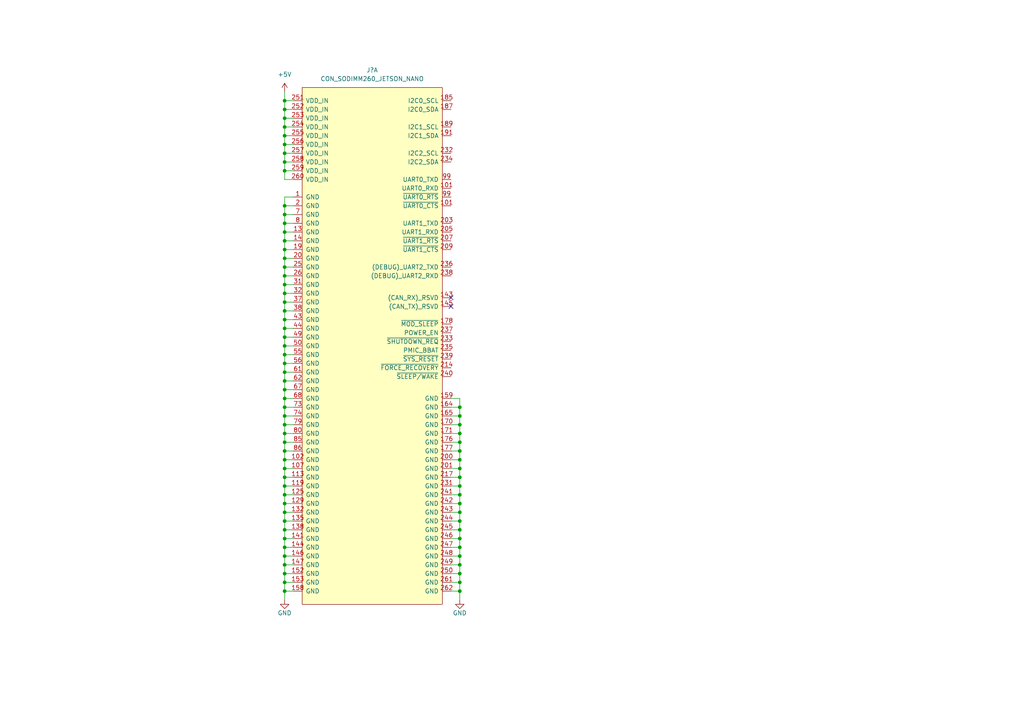
<source format=kicad_sch>
(kicad_sch (version 20211123) (generator eeschema)
  (paper "A4")
  (lib_symbols
    (symbol "SODIMM_Connector:CON_SODIMM260_JETSON_NANO" (pin_names (offset 1.016))
      (property "Reference" "J" (at 0 59.69 0))
      (property "Value" "CON_SODIMM260_JETSON_NANO" (at 0 55.88 0))
      (symbol "CON_SODIMM260_JETSON_NANO_1_1"
        (rectangle (start -20.32 73.66) (end 20.32 -76.2) (fill (type background)))
        (pin power_in line (at -22.86 41.91 0) (length 2.54) (name "GND") (number "1"))
        (pin input line (at 22.86 44.45 180) (length 2.54) (name "UART0_RXD") (number "101"))
        (pin input line (at 22.86 39.37 180) (length 2.54) (name "~{UART0_CTS}") (number "101"))
        (pin power_in line (at -22.86 -34.29 0) (length 2.54) (name "GND") (number "102"))
        (pin power_in line (at -22.86 -36.83 0) (length 2.54) (name "GND") (number "107"))
        (pin power_in line (at -22.86 -39.37 0) (length 2.54) (name "GND") (number "113"))
        (pin power_in line (at -22.86 -41.91 0) (length 2.54) (name "GND") (number "119"))
        (pin power_in line (at -22.86 -44.45 0) (length 2.54) (name "GND") (number "125"))
        (pin power_in line (at -22.86 -46.99 0) (length 2.54) (name "GND") (number "129"))
        (pin power_in line (at -22.86 31.75 0) (length 2.54) (name "GND") (number "13"))
        (pin power_in line (at -22.86 -49.53 0) (length 2.54) (name "GND") (number "132"))
        (pin power_in line (at -22.86 -52.07 0) (length 2.54) (name "GND") (number "135"))
        (pin power_in line (at -22.86 -54.61 0) (length 2.54) (name "GND") (number "138"))
        (pin power_in line (at -22.86 29.21 0) (length 2.54) (name "GND") (number "14"))
        (pin power_in line (at -22.86 -57.15 0) (length 2.54) (name "GND") (number "141"))
        (pin input line (at 22.86 12.7 180) (length 2.54) (name "(CAN_RX)_RSVD") (number "143"))
        (pin power_in line (at -22.86 -59.69 0) (length 2.54) (name "GND") (number "144"))
        (pin output line (at 22.86 10.16 180) (length 2.54) (name "(CAN_TX)_RSVD") (number "145"))
        (pin power_in line (at -22.86 -62.23 0) (length 2.54) (name "GND") (number "146"))
        (pin power_in line (at -22.86 -64.77 0) (length 2.54) (name "GND") (number "147"))
        (pin power_in line (at -22.86 -67.31 0) (length 2.54) (name "GND") (number "152"))
        (pin power_in line (at -22.86 -69.85 0) (length 2.54) (name "GND") (number "153"))
        (pin power_in line (at -22.86 -72.39 0) (length 2.54) (name "GND") (number "158"))
        (pin power_in line (at 22.86 -16.51 180) (length 2.54) (name "GND") (number "159"))
        (pin power_in line (at 22.86 -19.05 180) (length 2.54) (name "GND") (number "164"))
        (pin power_in line (at 22.86 -21.59 180) (length 2.54) (name "GND") (number "165"))
        (pin power_in line (at 22.86 -24.13 180) (length 2.54) (name "GND") (number "170"))
        (pin power_in line (at 22.86 -26.67 180) (length 2.54) (name "GND") (number "171"))
        (pin power_in line (at 22.86 -29.21 180) (length 2.54) (name "GND") (number "176"))
        (pin power_in line (at 22.86 -31.75 180) (length 2.54) (name "GND") (number "177"))
        (pin output line (at 22.86 5.08 180) (length 2.54) (name "~{MOD_SLEEP}") (number "178"))
        (pin bidirectional line (at 22.86 69.85 180) (length 2.54) (name "I2C0_SCL") (number "185"))
        (pin bidirectional line (at 22.86 67.31 180) (length 2.54) (name "I2C0_SDA") (number "187"))
        (pin bidirectional line (at 22.86 62.23 180) (length 2.54) (name "I2C1_SCL") (number "189"))
        (pin power_in line (at -22.86 26.67 0) (length 2.54) (name "GND") (number "19"))
        (pin bidirectional line (at 22.86 59.69 180) (length 2.54) (name "I2C1_SDA") (number "191"))
        (pin power_in line (at -22.86 39.37 0) (length 2.54) (name "GND") (number "2"))
        (pin power_in line (at -22.86 24.13 0) (length 2.54) (name "GND") (number "20"))
        (pin power_in line (at 22.86 -34.29 180) (length 2.54) (name "GND") (number "200"))
        (pin power_in line (at 22.86 -36.83 180) (length 2.54) (name "GND") (number "201"))
        (pin output line (at 22.86 34.29 180) (length 2.54) (name "UART1_TXD") (number "203"))
        (pin input line (at 22.86 31.75 180) (length 2.54) (name "UART1_RXD") (number "205"))
        (pin output line (at 22.86 29.21 180) (length 2.54) (name "~{UART1_RTS}") (number "207"))
        (pin input line (at 22.86 26.67 180) (length 2.54) (name "~{UART1_CTS}") (number "209"))
        (pin input line (at 22.86 -7.62 180) (length 2.54) (name "~{FORCE_RECOVERY}") (number "214"))
        (pin power_in line (at 22.86 -39.37 180) (length 2.54) (name "GND") (number "217"))
        (pin power_in line (at 22.86 -41.91 180) (length 2.54) (name "GND") (number "231"))
        (pin bidirectional line (at 22.86 54.61 180) (length 2.54) (name "I2C2_SCL") (number "232"))
        (pin output line (at 22.86 0 180) (length 2.54) (name "~{SHUTDOWN_REQ}") (number "233"))
        (pin bidirectional line (at 22.86 52.07 180) (length 2.54) (name "I2C2_SDA") (number "234"))
        (pin input line (at 22.86 -2.54 180) (length 2.54) (name "PMIC_BBAT") (number "235"))
        (pin output line (at 22.86 21.59 180) (length 2.54) (name "(DEBUG)_UART2_TXD") (number "236"))
        (pin input line (at 22.86 2.54 180) (length 2.54) (name "POWER_EN") (number "237"))
        (pin input line (at 22.86 19.05 180) (length 2.54) (name "(DEBUG)_UART2_RXD") (number "238"))
        (pin bidirectional line (at 22.86 -5.08 180) (length 2.54) (name "~{SYS_RESET}") (number "239"))
        (pin input line (at 22.86 -10.16 180) (length 2.54) (name "~{SLEEP/WAKE}") (number "240"))
        (pin power_in line (at 22.86 -44.45 180) (length 2.54) (name "GND") (number "241"))
        (pin power_in line (at 22.86 -46.99 180) (length 2.54) (name "GND") (number "242"))
        (pin power_in line (at 22.86 -49.53 180) (length 2.54) (name "GND") (number "243"))
        (pin power_in line (at 22.86 -52.07 180) (length 2.54) (name "GND") (number "244"))
        (pin power_in line (at 22.86 -54.61 180) (length 2.54) (name "GND") (number "245"))
        (pin power_in line (at 22.86 -57.15 180) (length 2.54) (name "GND") (number "246"))
        (pin power_in line (at 22.86 -59.69 180) (length 2.54) (name "GND") (number "247"))
        (pin power_in line (at 22.86 -62.23 180) (length 2.54) (name "GND") (number "248"))
        (pin power_in line (at 22.86 -64.77 180) (length 2.54) (name "GND") (number "249"))
        (pin power_in line (at -22.86 21.59 0) (length 2.54) (name "GND") (number "25"))
        (pin power_in line (at 22.86 -67.31 180) (length 2.54) (name "GND") (number "250"))
        (pin power_in line (at -22.86 69.85 0) (length 2.54) (name "VDD_IN") (number "251"))
        (pin power_in line (at -22.86 67.31 0) (length 2.54) (name "VDD_IN") (number "252"))
        (pin power_in line (at -22.86 64.77 0) (length 2.54) (name "VDD_IN") (number "253"))
        (pin power_in line (at -22.86 62.23 0) (length 2.54) (name "VDD_IN") (number "254"))
        (pin power_in line (at -22.86 59.69 0) (length 2.54) (name "VDD_IN") (number "255"))
        (pin power_in line (at -22.86 57.15 0) (length 2.54) (name "VDD_IN") (number "256"))
        (pin power_in line (at -22.86 54.61 0) (length 2.54) (name "VDD_IN") (number "257"))
        (pin power_in line (at -22.86 52.07 0) (length 2.54) (name "VDD_IN") (number "258"))
        (pin power_in line (at -22.86 49.53 0) (length 2.54) (name "VDD_IN") (number "259"))
        (pin power_in line (at -22.86 19.05 0) (length 2.54) (name "GND") (number "26"))
        (pin power_in line (at -22.86 46.99 0) (length 2.54) (name "VDD_IN") (number "260"))
        (pin power_in line (at 22.86 -69.85 180) (length 2.54) (name "GND") (number "261"))
        (pin power_in line (at 22.86 -72.39 180) (length 2.54) (name "GND") (number "262"))
        (pin power_in line (at -22.86 16.51 0) (length 2.54) (name "GND") (number "31"))
        (pin power_in line (at -22.86 13.97 0) (length 2.54) (name "GND") (number "32"))
        (pin power_in line (at -22.86 11.43 0) (length 2.54) (name "GND") (number "37"))
        (pin power_in line (at -22.86 8.89 0) (length 2.54) (name "GND") (number "38"))
        (pin power_in line (at -22.86 6.35 0) (length 2.54) (name "GND") (number "43"))
        (pin power_in line (at -22.86 3.81 0) (length 2.54) (name "GND") (number "44"))
        (pin power_in line (at -22.86 1.27 0) (length 2.54) (name "GND") (number "49"))
        (pin power_in line (at -22.86 -1.27 0) (length 2.54) (name "GND") (number "50"))
        (pin power_in line (at -22.86 -3.81 0) (length 2.54) (name "GND") (number "55"))
        (pin power_in line (at -22.86 -6.35 0) (length 2.54) (name "GND") (number "56"))
        (pin power_in line (at -22.86 -8.89 0) (length 2.54) (name "GND") (number "61"))
        (pin power_in line (at -22.86 -11.43 0) (length 2.54) (name "GND") (number "62"))
        (pin power_in line (at -22.86 -13.97 0) (length 2.54) (name "GND") (number "67"))
        (pin power_in line (at -22.86 -16.51 0) (length 2.54) (name "GND") (number "68"))
        (pin power_in line (at -22.86 36.83 0) (length 2.54) (name "GND") (number "7"))
        (pin power_in line (at -22.86 -19.05 0) (length 2.54) (name "GND") (number "73"))
        (pin power_in line (at -22.86 -21.59 0) (length 2.54) (name "GND") (number "74"))
        (pin power_in line (at -22.86 -24.13 0) (length 2.54) (name "GND") (number "79"))
        (pin power_in line (at -22.86 34.29 0) (length 2.54) (name "GND") (number "8"))
        (pin power_in line (at -22.86 -26.67 0) (length 2.54) (name "GND") (number "80"))
        (pin power_in line (at -22.86 -29.21 0) (length 2.54) (name "GND") (number "85"))
        (pin power_in line (at -22.86 -31.75 0) (length 2.54) (name "GND") (number "86"))
        (pin output line (at 22.86 46.99 180) (length 2.54) (name "UART0_TXD") (number "99"))
        (pin output line (at 22.86 41.91 180) (length 2.54) (name "~{UART0_RTS}") (number "99"))
      )
      (symbol "CON_SODIMM260_JETSON_NANO_2_1"
        (rectangle (start -24.13 71.12) (end 24.13 -71.12))
        (pin bidirectional line (at 26.67 54.61 180) (length 2.54) (name "~{CSI0_CLK}") (number "10"))
        (pin bidirectional line (at 26.67 -62.23 180) (length 2.54) (name "SPI1_MOSI") (number "104"))
        (pin bidirectional line (at 26.67 -57.15 180) (length 2.54) (name "SPI1_SCK") (number "106"))
        (pin bidirectional line (at 26.67 -59.69 180) (length 2.54) (name "SPI1_MISO") (number "108"))
        (pin bidirectional line (at -26.67 64.77 0) (length 2.54) (name "~{USB0_D}") (number "109"))
        (pin bidirectional line (at 26.67 40.64 180) (length 2.54) (name "CSI1_CLK(RSVD)") (number "11"))
        (pin bidirectional line (at 26.67 -64.77 180) (length 2.54) (name "~{SPI1_CS0}") (number "110"))
        (pin bidirectional line (at -26.67 67.31 0) (length 2.54) (name "USB0_D") (number "111"))
        (pin bidirectional line (at 26.67 -67.31 180) (length 2.54) (name "~{SPI1_CS1}") (number "112"))
        (pin bidirectional line (at 26.67 -27.94 180) (length 2.54) (name "CAM0_PWDN") (number "114"))
        (pin bidirectional line (at -26.67 58.42 0) (length 2.54) (name "~{USB1_D}") (number "115"))
        (pin bidirectional line (at 26.67 -25.4 180) (length 2.54) (name "CAM0_MCLK") (number "116"))
        (pin bidirectional line (at -26.67 60.96 0) (length 2.54) (name "USB1_D") (number "117"))
        (pin output line (at -26.67 -34.29 0) (length 2.54) (name "GPIO01(CLK)") (number "118"))
        (pin bidirectional line (at 26.67 57.15 180) (length 2.54) (name "CSI0_CLK") (number "12"))
        (pin bidirectional line (at 26.67 -33.02 180) (length 2.54) (name "CAM1_PWDN") (number "120"))
        (pin bidirectional line (at -26.67 52.07 0) (length 2.54) (name "~{USB2_D}") (number "121"))
        (pin bidirectional line (at 26.67 -30.48 180) (length 2.54) (name "CAM1_MCLK") (number "122"))
        (pin bidirectional line (at -26.67 54.61 0) (length 2.54) (name "USB2_D") (number "123"))
        (pin bidirectional line (at -26.67 -36.83 0) (length 2.54) (name "GPIO02") (number "124"))
        (pin bidirectional line (at -26.67 -39.37 0) (length 2.54) (name "GPIO03") (number "126"))
        (pin bidirectional line (at -26.67 -41.91 0) (length 2.54) (name "GPIO04") (number "127"))
        (pin bidirectional line (at -26.67 -44.45 0) (length 2.54) (name "GPIO05") (number "128"))
        (pin bidirectional line (at -26.67 -46.99 0) (length 2.54) (name "GPIO06") (number "130"))
        (pin bidirectional line (at 26.67 43.18 180) (length 2.54) (name "~{CSI1_D1}") (number "15"))
        (pin bidirectional line (at 26.67 59.69 180) (length 2.54) (name "~{CSI0_D1}") (number "16"))
        (pin bidirectional line (at 26.67 45.72 180) (length 2.54) (name "CSI1_D1") (number "17"))
        (pin bidirectional line (at 26.67 62.23 180) (length 2.54) (name "CSI0_D1") (number "18"))
        (pin bidirectional line (at -26.67 16.51 0) (length 2.54) (name "~{GBE_MDI0}") (number "184"))
        (pin bidirectional line (at -26.67 19.05 0) (length 2.54) (name "GBE_MDI0") (number "186"))
        (pin output line (at -26.67 24.13 0) (length 2.54) (name "GBE_LED_LINK") (number "188"))
        (pin bidirectional line (at -26.67 11.43 0) (length 2.54) (name "~{GBE_MDI1}") (number "190"))
        (pin bidirectional line (at -26.67 13.97 0) (length 2.54) (name "GBE_MDI1") (number "192"))
        (pin output line (at -26.67 48.26 0) (length 2.54) (name "I2S0_DOUT") (number "193"))
        (pin output line (at -26.67 21.59 0) (length 2.54) (name "GBE_LED_ACT") (number "194"))
        (pin input line (at -26.67 45.72 0) (length 2.54) (name "I2S0_DIN") (number "195"))
        (pin bidirectional line (at -26.67 6.35 0) (length 2.54) (name "~{GBE_MDI2}") (number "196"))
        (pin bidirectional line (at -26.67 43.18 0) (length 2.54) (name "I2S0_FS") (number "197"))
        (pin bidirectional line (at -26.67 8.89 0) (length 2.54) (name "GBE_MDI2") (number "198"))
        (pin bidirectional line (at -26.67 40.64 0) (length 2.54) (name "I2S0_SCLK") (number "199"))
        (pin bidirectional line (at -26.67 1.27 0) (length 2.54) (name "~{GBE_MDI3}") (number "202"))
        (pin bidirectional line (at -26.67 3.81 0) (length 2.54) (name "GBE_MDI3") (number "204"))
        (pin bidirectional line (at -26.67 -49.53 0) (length 2.54) (name "GPIO07(PWM)") (number "206"))
        (pin bidirectional line (at -26.67 -52.07 0) (length 2.54) (name "GPIO08(SDMMC_CD)") (number "208"))
        (pin bidirectional line (at 26.67 15.24 180) (length 2.54) (name "~{CSI3_D0}") (number "21"))
        (pin bidirectional line (at -26.67 -54.61 0) (length 2.54) (name "GPIO09(AUD_MCLK)") (number "211"))
        (pin bidirectional line (at -26.67 -57.15 0) (length 2.54) (name "GPIO10") (number "212"))
        (pin bidirectional line (at 26.67 -36.83 180) (length 2.54) (name "CAM_I2C_SCL") (number "213"))
        (pin bidirectional line (at 26.67 -39.37 180) (length 2.54) (name "CAM_I2C_SDA") (number "215"))
        (pin bidirectional line (at -26.67 -59.69 0) (length 2.54) (name "GPIO11(CLK)") (number "216"))
        (pin bidirectional line (at -26.67 -62.23 0) (length 2.54) (name "GPIO12") (number "218"))
        (pin bidirectional line (at -26.67 -3.81 0) (length 2.54) (name "SDMMC_DAT0") (number "219"))
        (pin bidirectional line (at 26.67 31.75 180) (length 2.54) (name "~{CSI2_D0}") (number "22"))
        (pin output line (at -26.67 36.83 0) (length 2.54) (name "I2S1_DOUT") (number "220"))
        (pin bidirectional line (at -26.67 -6.35 0) (length 2.54) (name "SDMMC_DAT1") (number "221"))
        (pin input line (at -26.67 34.29 0) (length 2.54) (name "I2S1_DIN") (number "222"))
        (pin bidirectional line (at -26.67 -8.89 0) (length 2.54) (name "SDMMC_DAT2") (number "223"))
        (pin bidirectional line (at -26.67 31.75 0) (length 2.54) (name "I2S1_FS") (number "224"))
        (pin bidirectional line (at -26.67 -11.43 0) (length 2.54) (name "SDMMC_DAT3") (number "225"))
        (pin bidirectional line (at -26.67 29.21 0) (length 2.54) (name "I2S1_SCLK") (number "226"))
        (pin bidirectional line (at -26.67 -13.97 0) (length 2.54) (name "SDMMC_CMD") (number "227"))
        (pin bidirectional line (at -26.67 -64.77 0) (length 2.54) (name "GPIO13(PWM)") (number "228"))
        (pin bidirectional line (at -26.67 -16.51 0) (length 2.54) (name "SDMMC_CLK") (number "229"))
        (pin bidirectional line (at 26.67 17.78 180) (length 2.54) (name "CSI3_D0") (number "23"))
        (pin bidirectional line (at -26.67 -67.31 0) (length 2.54) (name "GPIO14(PWM)") (number "230"))
        (pin bidirectional line (at 26.67 34.29 180) (length 2.54) (name "CSI2_D0") (number "24"))
        (pin bidirectional line (at 26.67 5.08 180) (length 2.54) (name "~{CSI3_CLK}") (number "27"))
        (pin bidirectional line (at 26.67 21.59 180) (length 2.54) (name "~{CSI2_CLK}") (number "28"))
        (pin bidirectional line (at 26.67 7.62 180) (length 2.54) (name "CSI3_CLK") (number "29"))
        (pin bidirectional line (at 26.67 48.26 180) (length 2.54) (name "~{CSI1_D0}") (number "3"))
        (pin bidirectional line (at 26.67 24.13 180) (length 2.54) (name "CSI2_CLK") (number "30"))
        (pin bidirectional line (at 26.67 10.16 180) (length 2.54) (name "~{CSI3_D1}") (number "33"))
        (pin bidirectional line (at 26.67 26.67 180) (length 2.54) (name "~{CSI2_D1}") (number "34"))
        (pin bidirectional line (at 26.67 12.7 180) (length 2.54) (name "CSI3_D1") (number "35"))
        (pin bidirectional line (at 26.67 29.21 180) (length 2.54) (name "CSI2_D1") (number "36"))
        (pin bidirectional line (at 26.67 64.77 180) (length 2.54) (name "~{CSI0_D0}") (number "4"))
        (pin bidirectional line (at 26.67 -1.27 180) (length 2.54) (name "~{CSI4_D2}") (number "40"))
        (pin bidirectional line (at 26.67 1.27 180) (length 2.54) (name "CSI4_D2") (number "42"))
        (pin bidirectional line (at 26.67 -6.35 180) (length 2.54) (name "~{CSI4_D0}") (number "46"))
        (pin bidirectional line (at 26.67 -3.81 180) (length 2.54) (name "CSI4_D0") (number "48"))
        (pin bidirectional line (at 26.67 50.8 180) (length 2.54) (name "CSI1_D0") (number "5"))
        (pin bidirectional line (at 26.67 -11.43 180) (length 2.54) (name "~{CSI4_CLK}") (number "52"))
        (pin bidirectional line (at 26.67 -8.89 180) (length 2.54) (name "CSI4_CLK") (number "54"))
        (pin bidirectional line (at 26.67 -16.51 180) (length 2.54) (name "~{CSI4_D1}") (number "58"))
        (pin bidirectional line (at 26.67 67.31 180) (length 2.54) (name "CSI0_D0") (number "6"))
        (pin bidirectional line (at 26.67 -13.97 180) (length 2.54) (name "CSI4_D1") (number "60"))
        (pin bidirectional line (at 26.67 -21.59 180) (length 2.54) (name "~{CSI4_D3}") (number "64"))
        (pin bidirectional line (at 26.67 -19.05 180) (length 2.54) (name "CSI4_D3") (number "66"))
        (pin output line (at -26.67 -31.75 0) (length 2.54) (name "GPIO00(USB_VBUS_EN0)") (number "87"))
        (pin bidirectional line (at 26.67 -48.26 180) (length 2.54) (name "SPI0_MOSI") (number "89"))
        (pin bidirectional line (at 26.67 38.1 180) (length 2.54) (name "~{CSI1_CLK(RSVD})") (number "9"))
        (pin bidirectional line (at 26.67 -43.18 180) (length 2.54) (name "SPI0_SCK") (number "91"))
        (pin bidirectional line (at 26.67 -45.72 180) (length 2.54) (name "SPI0_MISO") (number "93"))
        (pin bidirectional line (at 26.67 -50.8 180) (length 2.54) (name "~{SPI0_CS0}") (number "95"))
        (pin bidirectional line (at 26.67 -53.34 180) (length 2.54) (name "~{SPI0_CS1}") (number "97"))
      )
      (symbol "CON_SODIMM260_JETSON_NANO_3_1"
        (rectangle (start -31.75 53.34) (end 31.75 -52.07))
        (pin bidirectional line (at -34.29 -21.59 0) (length 2.54) (name "DP1_AUX_P(HDMI_DDC_SCL)") (number "100"))
        (pin bidirectional line (at 34.29 22.86 180) (length 2.54) (name "~{PCIE0_RX0}") (number "131"))
        (pin bidirectional line (at 34.29 25.4 180) (length 2.54) (name "PCIE0_RX0") (number "133"))
        (pin bidirectional line (at 34.29 27.94 180) (length 2.54) (name "~{PCIE0_TX0}") (number "134"))
        (pin bidirectional line (at 34.29 30.48 180) (length 2.54) (name "PCIE0_TX0") (number "136"))
        (pin bidirectional line (at 34.29 11.43 180) (length 2.54) (name "~{PCIE0_RX1}") (number "137"))
        (pin bidirectional line (at 34.29 13.97 180) (length 2.54) (name "PCIE0_RX1") (number "139"))
        (pin bidirectional line (at 34.29 16.51 180) (length 2.54) (name "~{PCIE0_TX1}") (number "140"))
        (pin bidirectional line (at 34.29 19.05 180) (length 2.54) (name "PCIE0_TX1") (number "142"))
        (pin bidirectional line (at 34.29 5.08 180) (length 2.54) (name "~{PCIE0_TX2}") (number "148"))
        (pin bidirectional line (at 34.29 0 180) (length 2.54) (name "~{PCIE0_RX2}") (number "149"))
        (pin bidirectional line (at 34.29 7.62 180) (length 2.54) (name "PCIE0_TX2") (number "150"))
        (pin bidirectional line (at 34.29 2.54 180) (length 2.54) (name "PCIE0_RX2") (number "151"))
        (pin bidirectional line (at 34.29 -6.35 180) (length 2.54) (name "~{PCIE0_TX3}") (number "154"))
        (pin bidirectional line (at 34.29 -11.43 180) (length 2.54) (name "~{PCIE0_RX3}") (number "155"))
        (pin bidirectional line (at 34.29 -3.81 180) (length 2.54) (name "PCIE0_TX3") (number "156"))
        (pin bidirectional line (at 34.29 -8.89 180) (length 2.54) (name "PCIE0_RX3") (number "157"))
        (pin bidirectional line (at 34.29 34.29 180) (length 2.54) (name "~{PCIE0_CLK}") (number "160"))
        (pin bidirectional line (at 34.29 -22.86 180) (length 2.54) (name "~{USBSS_RX}") (number "161"))
        (pin bidirectional line (at 34.29 36.83 180) (length 2.54) (name "PCIE0_CLK") (number "162"))
        (pin bidirectional line (at 34.29 -20.32 180) (length 2.54) (name "USBSS_RX") (number "163"))
        (pin bidirectional line (at 34.29 -17.78 180) (length 2.54) (name "~{USBSS_TX}") (number "166"))
        (pin bidirectional line (at 34.29 -48.26 180) (length 2.54) (name "~{(PCIE1_TX0})RSVD") (number "167"))
        (pin bidirectional line (at 34.29 -15.24 180) (length 2.54) (name "USBSS_TX") (number "168"))
        (pin bidirectional line (at 34.29 -45.72 180) (length 2.54) (name "(PCIE1_RX0)RSVD") (number "169"))
        (pin bidirectional line (at 34.29 -43.18 180) (length 2.54) (name "~{(PCIE1_TX0})RSVD") (number "172"))
        (pin bidirectional line (at 34.29 -36.83 180) (length 2.54) (name "~{(PCIE1_CLK})RSVD") (number "173"))
        (pin bidirectional line (at 34.29 -40.64 180) (length 2.54) (name "(PCIE1_TX0)RSVD") (number "174"))
        (pin bidirectional line (at 34.29 -34.29 180) (length 2.54) (name "(PCIE1_CLK)RSVD") (number "175"))
        (pin bidirectional line (at 34.29 48.26 180) (length 2.54) (name "~{PCIE_WAKE}") (number "179"))
        (pin bidirectional line (at 34.29 40.64 180) (length 2.54) (name "~{PCIE0_CLKREQ}") (number "180"))
        (pin bidirectional line (at 34.29 44.45 180) (length 2.54) (name "~{PCIE0_RST}") (number "181"))
        (pin bidirectional line (at 34.29 -30.48 180) (length 2.54) (name "~{(PCIE1_CLKREQ})RSVD") (number "182"))
        (pin bidirectional line (at 34.29 -26.67 180) (length 2.54) (name "~{(PCIE1_RST})RSVD") (number "183"))
        (pin bidirectional line (at -34.29 -48.26 0) (length 2.54) (name "CLK_32K_OUT") (number "210"))
        (pin bidirectional line (at -34.29 29.21 0) (length 2.54) (name "~{DP0_TXD0}") (number "39"))
        (pin bidirectional line (at -34.29 31.75 0) (length 2.54) (name "DP0_TXD0") (number "41"))
        (pin bidirectional line (at -34.29 24.13 0) (length 2.54) (name "~{DP0_TXD1}") (number "45"))
        (pin bidirectional line (at -34.29 26.67 0) (length 2.54) (name "DP0_TXD1") (number "47"))
        (pin bidirectional line (at -34.29 19.05 0) (length 2.54) (name "~{DP0_TXD2}") (number "51"))
        (pin bidirectional line (at -34.29 21.59 0) (length 2.54) (name "DP0_TXD2") (number "53"))
        (pin bidirectional line (at -34.29 13.97 0) (length 2.54) (name "~{DP0_TXD3}") (number "57"))
        (pin bidirectional line (at -34.29 16.51 0) (length 2.54) (name "DP0_TXD3") (number "59"))
        (pin bidirectional line (at -34.29 -2.54 0) (length 2.54) (name "~{DP1_TXD0(HDMI_TXD2})") (number "63"))
        (pin bidirectional line (at -34.29 0 0) (length 2.54) (name "DP1_TXD0(HDMI_TXD2)") (number "65"))
        (pin bidirectional line (at -34.29 -7.62 0) (length 2.54) (name "~{DP1_TXD1(HDMI_TXD1})") (number "69"))
        (pin bidirectional line (at -34.29 46.99 0) (length 2.54) (name "~{DSI_D0}") (number "70"))
        (pin bidirectional line (at -34.29 -5.08 0) (length 2.54) (name "DP1_TXD1(HDMI_TXD1)") (number "71"))
        (pin bidirectional line (at -34.29 49.53 0) (length 2.54) (name "DSI_D0") (number "72"))
        (pin bidirectional line (at -34.29 -12.7 0) (length 2.54) (name "~{DP1_TXD2(HDMI_TXD0})") (number "75"))
        (pin bidirectional line (at -34.29 36.83 0) (length 2.54) (name "~{DSI_CLK}") (number "76"))
        (pin bidirectional line (at -34.29 -10.16 0) (length 2.54) (name "DP1_TXD2(HDMI_TXD0)") (number "77"))
        (pin bidirectional line (at -34.29 39.37 0) (length 2.54) (name "DSI_CLK") (number "78"))
        (pin bidirectional line (at -34.29 -17.78 0) (length 2.54) (name "~{DP1_TXD3(HDMI_TXC})") (number "81"))
        (pin bidirectional line (at -34.29 41.91 0) (length 2.54) (name "~{DSI_D1}") (number "82"))
        (pin bidirectional line (at -34.29 -15.24 0) (length 2.54) (name "DP1_TXD3(HDMI_TXC)") (number "83"))
        (pin bidirectional line (at -34.29 44.45 0) (length 2.54) (name "DSI_D1") (number "84"))
        (pin bidirectional line (at -34.29 3.81 0) (length 2.54) (name "DP0_HPD") (number "88"))
        (pin bidirectional line (at -34.29 7.62 0) (length 2.54) (name "~{DP0_AUX}") (number "90"))
        (pin bidirectional line (at -34.29 10.16 0) (length 2.54) (name "DP0_AUX") (number "92"))
        (pin bidirectional line (at -34.29 -30.48 0) (length 2.54) (name "HDMI_CEC") (number "94"))
        (pin bidirectional line (at -34.29 -27.94 0) (length 2.54) (name "DP1_HPD(HDMI_HPD)") (number "96"))
        (pin bidirectional line (at -34.29 -24.13 0) (length 2.54) (name "~{DP1_AUX_N(HDMI_DDC_SDA})") (number "98"))
      )
    )
    (symbol "power:+5V" (power) (pin_names (offset 0))
      (property "Value" "+5V" (at 0 3.556 0))
      (symbol "+5V_0_1"
        (polyline (pts (xy -0.762 1.27) (xy 0 2.54)))
        (polyline (pts (xy 0 0) (xy 0 2.54)))
        (polyline (pts (xy 0 2.54) (xy 0.762 1.27)))
      )
      (symbol "+5V_1_1"
        (pin power_in line (at 0 0 90) (length 0) hide (name "+5V") (number "1"))
      )
    )
    (symbol "power:GND" (power) (pin_names (offset 0))
      (property "Value" "GND" (at 0 -3.81 0))
      (symbol "GND_0_1"
        (polyline (pts (xy 0 0) (xy 0 -1.27) (xy 1.27 -1.27) (xy 0 -2.54) (xy -1.27 -1.27) (xy 0 -1.27)))
      )
      (symbol "GND_1_1"
        (pin power_in line (at 0 0 270) (length 0) hide (name "GND") (number "1"))
      )
    )
  )
  (junction (at 82.55 95.25))
  (junction (at 82.55 44.45))
  (junction (at 82.55 64.77))
  (junction (at 133.35 135.89))
  (junction (at 82.55 143.51))
  (junction (at 82.55 77.47))
  (junction (at 133.35 146.05))
  (junction (at 133.35 151.13))
  (junction (at 82.55 135.89))
  (junction (at 82.55 29.21))
  (junction (at 82.55 92.71))
  (junction (at 82.55 90.17))
  (junction (at 82.55 87.63))
  (junction (at 133.35 158.75))
  (junction (at 82.55 72.39))
  (junction (at 82.55 130.81))
  (junction (at 82.55 100.33))
  (junction (at 82.55 46.99))
  (junction (at 133.35 166.37))
  (junction (at 82.55 67.31))
  (junction (at 133.35 171.45))
  (junction (at 82.55 41.91))
  (junction (at 133.35 128.27))
  (junction (at 82.55 59.69))
  (junction (at 82.55 80.01))
  (junction (at 82.55 31.75))
  (junction (at 82.55 161.29))
  (junction (at 82.55 140.97))
  (junction (at 82.55 168.91))
  (junction (at 82.55 115.57))
  (junction (at 82.55 74.93))
  (junction (at 82.55 107.95))
  (junction (at 133.35 138.43))
  (junction (at 133.35 130.81))
  (junction (at 82.55 153.67))
  (junction (at 133.35 163.83))
  (junction (at 82.55 36.83))
  (junction (at 133.35 161.29))
  (junction (at 133.35 156.21))
  (junction (at 82.55 85.09))
  (junction (at 82.55 34.29))
  (junction (at 82.55 171.45))
  (junction (at 82.55 97.79))
  (junction (at 133.35 140.97))
  (junction (at 82.55 49.53))
  (junction (at 82.55 158.75))
  (junction (at 133.35 153.67))
  (junction (at 82.55 133.35))
  (junction (at 133.35 143.51))
  (junction (at 82.55 166.37))
  (junction (at 82.55 138.43))
  (junction (at 133.35 118.11))
  (junction (at 82.55 148.59))
  (junction (at 133.35 123.19))
  (junction (at 133.35 120.65))
  (junction (at 82.55 82.55))
  (junction (at 82.55 69.85))
  (junction (at 82.55 62.23))
  (junction (at 82.55 118.11))
  (junction (at 82.55 146.05))
  (junction (at 82.55 105.41))
  (junction (at 82.55 39.37))
  (junction (at 82.55 128.27))
  (junction (at 82.55 156.21))
  (junction (at 82.55 163.83))
  (junction (at 82.55 113.03))
  (junction (at 133.35 168.91))
  (junction (at 82.55 102.87))
  (junction (at 133.35 148.59))
  (junction (at 133.35 133.35))
  (junction (at 82.55 125.73))
  (junction (at 82.55 110.49))
  (junction (at 82.55 120.65))
  (junction (at 82.55 151.13))
  (junction (at 82.55 123.19))
  (junction (at 133.35 125.73))
  (no_connect (at 130.81 88.9))
  (no_connect (at 130.81 86.36))
  (wire (pts (xy 82.55 120.65) (xy 82.55 123.19)))
  (wire (pts (xy 85.09 57.15) (xy 82.55 57.15)))
  (wire (pts (xy 133.35 128.27) (xy 133.35 130.81)))
  (wire (pts (xy 133.35 173.99) (xy 133.35 171.45)))
  (wire (pts (xy 82.55 92.71) (xy 85.09 92.71)))
  (wire (pts (xy 85.09 168.91) (xy 82.55 168.91)))
  (wire (pts (xy 82.55 44.45) (xy 82.55 46.99)))
  (wire (pts (xy 82.55 49.53) (xy 82.55 52.07)))
  (wire (pts (xy 82.55 77.47) (xy 85.09 77.47)))
  (wire (pts (xy 82.55 133.35) (xy 82.55 135.89)))
  (wire (pts (xy 82.55 90.17) (xy 85.09 90.17)))
  (wire (pts (xy 82.55 148.59) (xy 82.55 151.13)))
  (wire (pts (xy 82.55 82.55) (xy 85.09 82.55)))
  (wire (pts (xy 82.55 74.93) (xy 85.09 74.93)))
  (wire (pts (xy 130.81 151.13) (xy 133.35 151.13)))
  (wire (pts (xy 82.55 113.03) (xy 82.55 115.57)))
  (wire (pts (xy 82.55 97.79) (xy 82.55 100.33)))
  (wire (pts (xy 133.35 153.67) (xy 133.35 156.21)))
  (wire (pts (xy 82.55 118.11) (xy 82.55 120.65)))
  (wire (pts (xy 82.55 67.31) (xy 85.09 67.31)))
  (wire (pts (xy 82.55 143.51) (xy 82.55 146.05)))
  (wire (pts (xy 133.35 130.81) (xy 133.35 133.35)))
  (wire (pts (xy 82.55 87.63) (xy 82.55 90.17)))
  (wire (pts (xy 82.55 72.39) (xy 85.09 72.39)))
  (wire (pts (xy 133.35 146.05) (xy 133.35 148.59)))
  (wire (pts (xy 130.81 138.43) (xy 133.35 138.43)))
  (wire (pts (xy 133.35 125.73) (xy 133.35 128.27)))
  (wire (pts (xy 82.55 41.91) (xy 85.09 41.91)))
  (wire (pts (xy 82.55 34.29) (xy 82.55 36.83)))
  (wire (pts (xy 82.55 120.65) (xy 85.09 120.65)))
  (wire (pts (xy 82.55 115.57) (xy 82.55 118.11)))
  (wire (pts (xy 133.35 135.89) (xy 133.35 138.43)))
  (wire (pts (xy 133.35 118.11) (xy 133.35 120.65)))
  (wire (pts (xy 133.35 123.19) (xy 133.35 125.73)))
  (wire (pts (xy 82.55 92.71) (xy 82.55 95.25)))
  (wire (pts (xy 82.55 31.75) (xy 82.55 34.29)))
  (wire (pts (xy 133.35 168.91) (xy 133.35 171.45)))
  (wire (pts (xy 82.55 151.13) (xy 85.09 151.13)))
  (wire (pts (xy 82.55 130.81) (xy 85.09 130.81)))
  (wire (pts (xy 130.81 118.11) (xy 133.35 118.11)))
  (wire (pts (xy 82.55 39.37) (xy 82.55 41.91)))
  (wire (pts (xy 82.55 36.83) (xy 82.55 39.37)))
  (wire (pts (xy 82.55 95.25) (xy 82.55 97.79)))
  (wire (pts (xy 82.55 80.01) (xy 85.09 80.01)))
  (wire (pts (xy 82.55 102.87) (xy 85.09 102.87)))
  (wire (pts (xy 82.55 31.75) (xy 85.09 31.75)))
  (wire (pts (xy 82.55 128.27) (xy 85.09 128.27)))
  (wire (pts (xy 133.35 171.45) (xy 130.81 171.45)))
  (wire (pts (xy 82.55 153.67) (xy 85.09 153.67)))
  (wire (pts (xy 82.55 41.91) (xy 82.55 44.45)))
  (wire (pts (xy 82.55 140.97) (xy 82.55 143.51)))
  (wire (pts (xy 82.55 143.51) (xy 85.09 143.51)))
  (wire (pts (xy 130.81 133.35) (xy 133.35 133.35)))
  (wire (pts (xy 82.55 49.53) (xy 85.09 49.53)))
  (wire (pts (xy 85.09 171.45) (xy 82.55 171.45)))
  (wire (pts (xy 133.35 143.51) (xy 133.35 146.05)))
  (wire (pts (xy 82.55 156.21) (xy 82.55 158.75)))
  (wire (pts (xy 130.81 158.75) (xy 133.35 158.75)))
  (wire (pts (xy 130.81 163.83) (xy 133.35 163.83)))
  (wire (pts (xy 82.55 85.09) (xy 85.09 85.09)))
  (wire (pts (xy 82.55 115.57) (xy 85.09 115.57)))
  (wire (pts (xy 130.81 168.91) (xy 133.35 168.91)))
  (wire (pts (xy 82.55 80.01) (xy 82.55 82.55)))
  (wire (pts (xy 82.55 146.05) (xy 85.09 146.05)))
  (wire (pts (xy 130.81 146.05) (xy 133.35 146.05)))
  (wire (pts (xy 82.55 97.79) (xy 85.09 97.79)))
  (wire (pts (xy 130.81 140.97) (xy 133.35 140.97)))
  (wire (pts (xy 82.55 100.33) (xy 82.55 102.87)))
  (wire (pts (xy 82.55 105.41) (xy 82.55 107.95)))
  (wire (pts (xy 130.81 143.51) (xy 133.35 143.51)))
  (wire (pts (xy 82.55 69.85) (xy 82.55 72.39)))
  (wire (pts (xy 82.55 125.73) (xy 82.55 128.27)))
  (wire (pts (xy 130.81 123.19) (xy 133.35 123.19)))
  (wire (pts (xy 133.35 156.21) (xy 133.35 158.75)))
  (wire (pts (xy 130.81 120.65) (xy 133.35 120.65)))
  (wire (pts (xy 82.55 161.29) (xy 82.55 163.83)))
  (wire (pts (xy 82.55 46.99) (xy 85.09 46.99)))
  (wire (pts (xy 133.35 115.57) (xy 133.35 118.11)))
  (wire (pts (xy 82.55 138.43) (xy 85.09 138.43)))
  (wire (pts (xy 82.55 59.69) (xy 82.55 62.23)))
  (wire (pts (xy 82.55 87.63) (xy 85.09 87.63)))
  (wire (pts (xy 82.55 82.55) (xy 82.55 85.09)))
  (wire (pts (xy 82.55 36.83) (xy 85.09 36.83)))
  (wire (pts (xy 130.81 130.81) (xy 133.35 130.81)))
  (wire (pts (xy 133.35 140.97) (xy 133.35 143.51)))
  (wire (pts (xy 82.55 100.33) (xy 85.09 100.33)))
  (wire (pts (xy 82.55 158.75) (xy 82.55 161.29)))
  (wire (pts (xy 82.55 158.75) (xy 85.09 158.75)))
  (wire (pts (xy 82.55 107.95) (xy 82.55 110.49)))
  (wire (pts (xy 82.55 163.83) (xy 82.55 166.37)))
  (wire (pts (xy 130.81 148.59) (xy 133.35 148.59)))
  (wire (pts (xy 82.55 72.39) (xy 82.55 74.93)))
  (wire (pts (xy 133.35 161.29) (xy 133.35 163.83)))
  (wire (pts (xy 82.55 62.23) (xy 85.09 62.23)))
  (wire (pts (xy 82.55 74.93) (xy 82.55 77.47)))
  (wire (pts (xy 82.55 123.19) (xy 85.09 123.19)))
  (wire (pts (xy 82.55 110.49) (xy 85.09 110.49)))
  (wire (pts (xy 130.81 135.89) (xy 133.35 135.89)))
  (wire (pts (xy 82.55 44.45) (xy 85.09 44.45)))
  (wire (pts (xy 82.55 39.37) (xy 85.09 39.37)))
  (wire (pts (xy 82.55 113.03) (xy 85.09 113.03)))
  (wire (pts (xy 82.55 26.67) (xy 82.55 29.21)))
  (wire (pts (xy 82.55 64.77) (xy 85.09 64.77)))
  (wire (pts (xy 82.55 52.07) (xy 85.09 52.07)))
  (wire (pts (xy 82.55 140.97) (xy 85.09 140.97)))
  (wire (pts (xy 130.81 166.37) (xy 133.35 166.37)))
  (wire (pts (xy 133.35 133.35) (xy 133.35 135.89)))
  (wire (pts (xy 82.55 105.41) (xy 85.09 105.41)))
  (wire (pts (xy 82.55 148.59) (xy 85.09 148.59)))
  (wire (pts (xy 82.55 95.25) (xy 85.09 95.25)))
  (wire (pts (xy 82.55 166.37) (xy 85.09 166.37)))
  (wire (pts (xy 82.55 57.15) (xy 82.55 59.69)))
  (wire (pts (xy 82.55 135.89) (xy 82.55 138.43)))
  (wire (pts (xy 82.55 171.45) (xy 82.55 173.99)))
  (wire (pts (xy 82.55 135.89) (xy 85.09 135.89)))
  (wire (pts (xy 133.35 120.65) (xy 133.35 123.19)))
  (wire (pts (xy 82.55 161.29) (xy 85.09 161.29)))
  (wire (pts (xy 82.55 102.87) (xy 82.55 105.41)))
  (wire (pts (xy 82.55 34.29) (xy 85.09 34.29)))
  (wire (pts (xy 82.55 146.05) (xy 82.55 148.59)))
  (wire (pts (xy 130.81 156.21) (xy 133.35 156.21)))
  (wire (pts (xy 82.55 107.95) (xy 85.09 107.95)))
  (wire (pts (xy 82.55 128.27) (xy 82.55 130.81)))
  (wire (pts (xy 82.55 151.13) (xy 82.55 153.67)))
  (wire (pts (xy 82.55 133.35) (xy 85.09 133.35)))
  (wire (pts (xy 82.55 67.31) (xy 82.55 69.85)))
  (wire (pts (xy 130.81 128.27) (xy 133.35 128.27)))
  (wire (pts (xy 82.55 156.21) (xy 85.09 156.21)))
  (wire (pts (xy 82.55 110.49) (xy 82.55 113.03)))
  (wire (pts (xy 82.55 46.99) (xy 82.55 49.53)))
  (wire (pts (xy 82.55 29.21) (xy 82.55 31.75)))
  (wire (pts (xy 82.55 153.67) (xy 82.55 156.21)))
  (wire (pts (xy 130.81 125.73) (xy 133.35 125.73)))
  (wire (pts (xy 82.55 123.19) (xy 82.55 125.73)))
  (wire (pts (xy 133.35 151.13) (xy 133.35 153.67)))
  (wire (pts (xy 133.35 158.75) (xy 133.35 161.29)))
  (wire (pts (xy 82.55 163.83) (xy 85.09 163.83)))
  (wire (pts (xy 133.35 138.43) (xy 133.35 140.97)))
  (wire (pts (xy 82.55 59.69) (xy 85.09 59.69)))
  (wire (pts (xy 82.55 69.85) (xy 85.09 69.85)))
  (wire (pts (xy 82.55 138.43) (xy 82.55 140.97)))
  (wire (pts (xy 82.55 62.23) (xy 82.55 64.77)))
  (wire (pts (xy 133.35 163.83) (xy 133.35 166.37)))
  (wire (pts (xy 82.55 29.21) (xy 85.09 29.21)))
  (wire (pts (xy 82.55 64.77) (xy 82.55 67.31)))
  (wire (pts (xy 82.55 125.73) (xy 85.09 125.73)))
  (wire (pts (xy 82.55 166.37) (xy 82.55 168.91)))
  (wire (pts (xy 130.81 161.29) (xy 133.35 161.29)))
  (wire (pts (xy 82.55 85.09) (xy 82.55 87.63)))
  (wire (pts (xy 133.35 166.37) (xy 133.35 168.91)))
  (wire (pts (xy 82.55 118.11) (xy 85.09 118.11)))
  (wire (pts (xy 82.55 90.17) (xy 82.55 92.71)))
  (wire (pts (xy 130.81 153.67) (xy 133.35 153.67)))
  (wire (pts (xy 82.55 77.47) (xy 82.55 80.01)))
  (wire (pts (xy 130.81 115.57) (xy 133.35 115.57)))
  (wire (pts (xy 82.55 130.81) (xy 82.55 133.35)))
  (wire (pts (xy 133.35 148.59) (xy 133.35 151.13)))
  (wire (pts (xy 82.55 168.91) (xy 82.55 171.45)))
  (symbol (lib_id "power:GND") (at 82.55 173.99 0) (unit 1)
    (property "Reference" "#PWR?" (effects hide))
    (property "Value" "GND" (at 82.55 177.8 0))
  )
  (symbol (lib_id "SODIMM_Connector:CON_SODIMM260_JETSON_NANO") (at 107.95 99.06 0) (unit 1)
    (property "Reference" "J?" (at 107.95 20.32 0))
    (property "Value" "CON_SODIMM260_JETSON_NANO" (at 107.95 22.86 0))
  )
  (symbol (lib_id "power:GND") (at 133.35 173.99 0) (unit 1)
    (property "Reference" "#PWR?" (effects hide))
    (property "Value" "GND" (at 133.35 177.8 0))
  )
  (symbol (lib_id "power:+5V") (at 82.55 26.67 0) (unit 1)
    (property "Reference" "#PWR?" (effects hide))
    (property "Value" "+5V" (at 82.55 21.59 0))
  )
)
</source>
